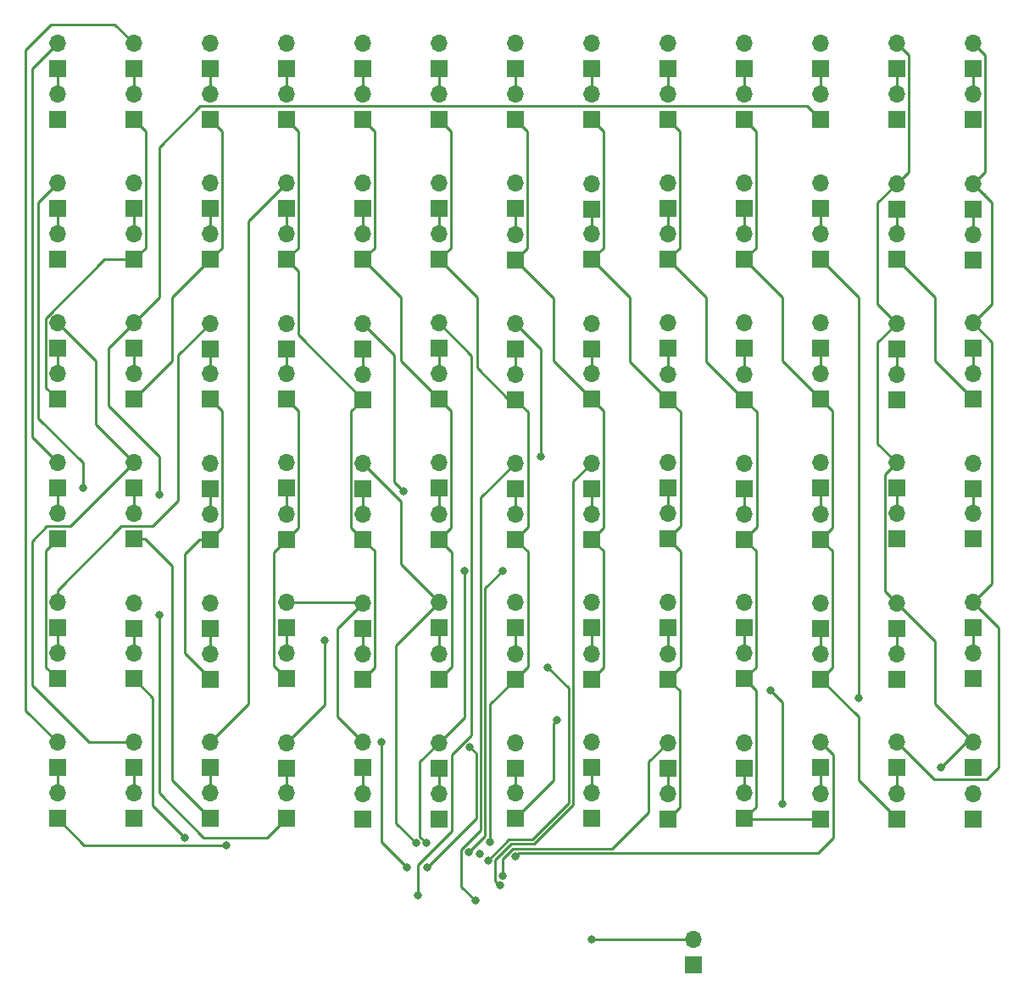
<source format=gbr>
%TF.GenerationSoftware,KiCad,Pcbnew,8.0.2-1*%
%TF.CreationDate,2024-08-03T10:32:13+02:00*%
%TF.ProjectId,dev-board,6465762d-626f-4617-9264-2e6b69636164,1.0*%
%TF.SameCoordinates,Original*%
%TF.FileFunction,Copper,L2,Bot*%
%TF.FilePolarity,Positive*%
%FSLAX46Y46*%
G04 Gerber Fmt 4.6, Leading zero omitted, Abs format (unit mm)*
G04 Created by KiCad (PCBNEW 8.0.2-1) date 2024-08-03 10:32:13*
%MOMM*%
%LPD*%
G01*
G04 APERTURE LIST*
%TA.AperFunction,ComponentPad*%
%ADD10R,1.700000X1.700000*%
%TD*%
%TA.AperFunction,ComponentPad*%
%ADD11O,1.700000X1.700000*%
%TD*%
%TA.AperFunction,ViaPad*%
%ADD12C,0.800000*%
%TD*%
%TA.AperFunction,Conductor*%
%ADD13C,0.250000*%
%TD*%
G04 APERTURE END LIST*
D10*
%TO.P,J90,1,Pin_1*%
%TO.N,Net-(J103-Pin_2)*%
X189865000Y-94620000D03*
D11*
%TO.P,J90,2,Pin_2*%
%TO.N,PIN_27 *%
X189865000Y-92080000D03*
%TD*%
D10*
%TO.P,J69,1,Pin_1*%
%TO.N,PIN_7 *%
X128905000Y-85730000D03*
D11*
%TO.P,J69,2,Pin_2*%
%TO.N,Net-(J56-Pin_1)*%
X128905000Y-83190000D03*
%TD*%
D10*
%TO.P,J97,1,Pin_1*%
%TO.N,PIN_17 *%
X144145000Y-99705000D03*
D11*
%TO.P,J97,2,Pin_2*%
%TO.N,Net-(J84-Pin_1)*%
X144145000Y-97165000D03*
%TD*%
D10*
%TO.P,J28,1,Pin_1*%
%TO.N,Net-(J28-Pin_1)*%
X113665000Y-66675000D03*
D11*
%TO.P,J28,2,Pin_2*%
%TO.N,PIN_1 *%
X113665000Y-64135000D03*
%TD*%
D10*
%TO.P,J63,1,Pin_1*%
%TO.N,Net-(J63-Pin_1)*%
X182245000Y-80650000D03*
D11*
%TO.P,J63,2,Pin_2*%
%TO.N,PIN_15 *%
X182245000Y-78110000D03*
%TD*%
D10*
%TO.P,J81,1,Pin_1*%
%TO.N,Net-(J81-Pin_1)*%
X121285000Y-94625000D03*
D11*
%TO.P,J81,2,Pin_2*%
%TO.N,PIN_18 *%
X121285000Y-92085000D03*
%TD*%
D10*
%TO.P,J49,1,Pin_1*%
%TO.N,PIN_30 *%
X174625000Y-71760000D03*
D11*
%TO.P,J49,2,Pin_2*%
%TO.N,Net-(J36-Pin_1)*%
X174625000Y-69220000D03*
%TD*%
D10*
%TO.P,J22,1,Pin_1*%
%TO.N,PIN_28 *%
X167005000Y-57785000D03*
D11*
%TO.P,J22,2,Pin_2*%
%TO.N,Net-(J22-Pin_2)*%
X167005000Y-55245000D03*
%TD*%
D10*
%TO.P,J118,1,Pin_1*%
%TO.N,PIN_9 *%
X106045000Y-113665000D03*
D11*
%TO.P,J118,2,Pin_2*%
%TO.N,Net-(J105-Pin_1)*%
X106045000Y-111125000D03*
%TD*%
D10*
%TO.P,J143,1,Pin_1*%
%TO.N,Net-(J143-Pin_1)*%
X189865000Y-122560000D03*
D11*
%TO.P,J143,2,Pin_2*%
%TO.N,PIN_19 *%
X189865000Y-120020000D03*
%TD*%
D10*
%TO.P,J116,1,Pin_1*%
%TO.N,Net-(J116-Pin_1)*%
X189865000Y-108595000D03*
D11*
%TO.P,J116,2,Pin_2*%
%TO.N,PIN_27 *%
X189865000Y-106055000D03*
%TD*%
D10*
%TO.P,J37,1,Pin_1*%
%TO.N,Net-(J37-Pin_1)*%
X182245000Y-66680000D03*
D11*
%TO.P,J37,2,Pin_2*%
%TO.N,PIN_27 *%
X182245000Y-64140000D03*
%TD*%
D10*
%TO.P,J122,1,Pin_1*%
%TO.N,PIN_8 *%
X136525000Y-113675000D03*
D11*
%TO.P,J122,2,Pin_2*%
%TO.N,Net-(J109-Pin_1)*%
X136525000Y-111135000D03*
%TD*%
D10*
%TO.P,J68,1,Pin_1*%
%TO.N,PIN_3 *%
X121285000Y-85730000D03*
D11*
%TO.P,J68,2,Pin_2*%
%TO.N,Net-(J55-Pin_1)*%
X121285000Y-83190000D03*
%TD*%
D10*
%TO.P,J65,1,Pin_1*%
%TO.N,Net-(J65-Pin_1)*%
X197485000Y-80650000D03*
D11*
%TO.P,J65,2,Pin_2*%
%TO.N,PIN_19 *%
X197485000Y-78110000D03*
%TD*%
D10*
%TO.P,J27,1,Pin_1*%
%TO.N,Net-(J27-Pin_1)*%
X106045000Y-66675000D03*
D11*
%TO.P,J27,2,Pin_2*%
%TO.N,PIN_19 *%
X106045000Y-64135000D03*
%TD*%
D10*
%TO.P,J102,1,Pin_1*%
%TO.N,PIN_30 *%
X182245000Y-99705000D03*
D11*
%TO.P,J102,2,Pin_2*%
%TO.N,Net-(J102-Pin_2)*%
X182245000Y-97165000D03*
%TD*%
D10*
%TO.P,J14,1,Pin_1*%
%TO.N,PIN_7 *%
X106045000Y-57785000D03*
D11*
%TO.P,J14,2,Pin_2*%
%TO.N,Net-(J1-Pin_1)*%
X106045000Y-55245000D03*
%TD*%
D10*
%TO.P,J151,1,Pin_1*%
%TO.N,PIN_23 *%
X151765000Y-127640000D03*
D11*
%TO.P,J151,2,Pin_2*%
%TO.N,Net-(J138-Pin_1)*%
X151765000Y-125100000D03*
%TD*%
D10*
%TO.P,J115,1,Pin_1*%
%TO.N,Net-(J115-Pin_1)*%
X182245000Y-108595000D03*
D11*
%TO.P,J115,2,Pin_2*%
%TO.N,PIN_20 *%
X182245000Y-106055000D03*
%TD*%
D10*
%TO.P,J107,1,Pin_1*%
%TO.N,Net-(J107-Pin_1)*%
X121285000Y-108595000D03*
D11*
%TO.P,J107,2,Pin_2*%
%TO.N,PIN_20 *%
X121285000Y-106055000D03*
%TD*%
D10*
%TO.P,J50,1,Pin_1*%
%TO.N,PIN_23 *%
X182245000Y-71760000D03*
D11*
%TO.P,J50,2,Pin_2*%
%TO.N,Net-(J37-Pin_1)*%
X182245000Y-69220000D03*
%TD*%
D10*
%TO.P,J29,1,Pin_1*%
%TO.N,Net-(J29-Pin_1)*%
X121285000Y-66680000D03*
D11*
%TO.P,J29,2,Pin_2*%
%TO.N,PIN_1 *%
X121285000Y-64140000D03*
%TD*%
D10*
%TO.P,J41,1,Pin_1*%
%TO.N,PIN_3 *%
X113665000Y-71755000D03*
D11*
%TO.P,J41,2,Pin_2*%
%TO.N,Net-(J28-Pin_1)*%
X113665000Y-69215000D03*
%TD*%
D10*
%TO.P,J156,1,Pin_1*%
%TO.N,PIN_30 *%
X189865000Y-127645000D03*
D11*
%TO.P,J156,2,Pin_2*%
%TO.N,Net-(J143-Pin_1)*%
X189865000Y-125105000D03*
%TD*%
D10*
%TO.P,J139,1,Pin_1*%
%TO.N,Net-(J139-Pin_1)*%
X159385000Y-122560000D03*
D11*
%TO.P,J139,2,Pin_2*%
%TO.N,PIN_3 *%
X159385000Y-120020000D03*
%TD*%
D10*
%TO.P,J155,1,Pin_1*%
%TO.N,PIN_28 *%
X182245000Y-127645000D03*
D11*
%TO.P,J155,2,Pin_2*%
%TO.N,Net-(J142-Pin_1)*%
X182245000Y-125105000D03*
%TD*%
D10*
%TO.P,J8,1,Pin_1*%
%TO.N,Net-(J21-Pin_2)*%
X159385000Y-52705000D03*
D11*
%TO.P,J8,2,Pin_2*%
%TO.N,PIN_26 *%
X159385000Y-50165000D03*
%TD*%
D10*
%TO.P,J55,1,Pin_1*%
%TO.N,Net-(J55-Pin_1)*%
X121285000Y-80655000D03*
D11*
%TO.P,J55,2,Pin_2*%
%TO.N,PIN_15 *%
X121285000Y-78115000D03*
%TD*%
D10*
%TO.P,J36,1,Pin_1*%
%TO.N,Net-(J36-Pin_1)*%
X174625000Y-66680000D03*
D11*
%TO.P,J36,2,Pin_2*%
%TO.N,PIN_9 *%
X174625000Y-64140000D03*
%TD*%
D10*
%TO.P,J76,1,Pin_1*%
%TO.N,PIN_30 *%
X182245000Y-85730000D03*
D11*
%TO.P,J76,2,Pin_2*%
%TO.N,Net-(J63-Pin_1)*%
X182245000Y-83190000D03*
%TD*%
D10*
%TO.P,J134,1,Pin_1*%
%TO.N,Net-(J134-Pin_1)*%
X121285000Y-122560000D03*
D11*
%TO.P,J134,2,Pin_2*%
%TO.N,PIN_1 *%
X121285000Y-120020000D03*
%TD*%
D10*
%TO.P,J152,1,Pin_1*%
%TO.N,PIN_24 *%
X159385000Y-127640000D03*
D11*
%TO.P,J152,2,Pin_2*%
%TO.N,Net-(J139-Pin_1)*%
X159385000Y-125100000D03*
%TD*%
D10*
%TO.P,J25,1,Pin_1*%
%TO.N,PIN_3 *%
X189865000Y-57785000D03*
D11*
%TO.P,J25,2,Pin_2*%
%TO.N,Net-(J12-Pin_1)*%
X189865000Y-55245000D03*
%TD*%
D10*
%TO.P,J21,1,Pin_1*%
%TO.N,PIN_25 *%
X159385000Y-57785000D03*
D11*
%TO.P,J21,2,Pin_2*%
%TO.N,Net-(J21-Pin_2)*%
X159385000Y-55245000D03*
%TD*%
D10*
%TO.P,J136,1,Pin_1*%
%TO.N,Net-(J136-Pin_1)*%
X136525000Y-122560000D03*
D11*
%TO.P,J136,2,Pin_2*%
%TO.N,PIN_20 *%
X136525000Y-120020000D03*
%TD*%
D10*
%TO.P,J101,1,Pin_1*%
%TO.N,PIN_28 *%
X174625000Y-99705000D03*
D11*
%TO.P,J101,2,Pin_2*%
%TO.N,Net-(J101-Pin_2)*%
X174625000Y-97165000D03*
%TD*%
D10*
%TO.P,J58,1,Pin_1*%
%TO.N,Net-(J58-Pin_1)*%
X144145000Y-80650000D03*
D11*
%TO.P,J58,2,Pin_2*%
%TO.N,PIN_2 *%
X144145000Y-78110000D03*
%TD*%
D10*
%TO.P,J38,1,Pin_1*%
%TO.N,Net-(J38-Pin_1)*%
X189865000Y-66685000D03*
D11*
%TO.P,J38,2,Pin_2*%
%TO.N,PIN_27 *%
X189865000Y-64145000D03*
%TD*%
D10*
%TO.P,J149,1,Pin_1*%
%TO.N,PIN_23 *%
X136525000Y-127645000D03*
D11*
%TO.P,J149,2,Pin_2*%
%TO.N,Net-(J136-Pin_1)*%
X136525000Y-125105000D03*
%TD*%
D10*
%TO.P,J89,1,Pin_1*%
%TO.N,Net-(J102-Pin_2)*%
X182245000Y-94620000D03*
D11*
%TO.P,J89,2,Pin_2*%
%TO.N,PIN_18 *%
X182245000Y-92080000D03*
%TD*%
D10*
%TO.P,J13,1,Pin_1*%
%TO.N,Net-(J13-Pin_1)*%
X197485000Y-52705000D03*
D11*
%TO.P,J13,2,Pin_2*%
%TO.N,PIN_19 *%
X197485000Y-50165000D03*
%TD*%
D10*
%TO.P,J96,1,Pin_1*%
%TO.N,PIN_8 *%
X136525000Y-99705000D03*
D11*
%TO.P,J96,2,Pin_2*%
%TO.N,Net-(J83-Pin_1)*%
X136525000Y-97165000D03*
%TD*%
D10*
%TO.P,J18,1,Pin_1*%
%TO.N,PIN_17 *%
X136525000Y-57785000D03*
D11*
%TO.P,J18,2,Pin_2*%
%TO.N,Net-(J18-Pin_2)*%
X136525000Y-55245000D03*
%TD*%
D10*
%TO.P,J19,1,Pin_1*%
%TO.N,PIN_21 *%
X144145000Y-57785000D03*
D11*
%TO.P,J19,2,Pin_2*%
%TO.N,Net-(J19-Pin_2)*%
X144145000Y-55245000D03*
%TD*%
D10*
%TO.P,J57,1,Pin_1*%
%TO.N,Net-(J57-Pin_1)*%
X136525000Y-80655000D03*
D11*
%TO.P,J57,2,Pin_2*%
%TO.N,PIN_16 *%
X136525000Y-78115000D03*
%TD*%
D10*
%TO.P,J79,1,Pin_1*%
%TO.N,Net-(J79-Pin_1)*%
X106045000Y-94615000D03*
D11*
%TO.P,J79,2,Pin_2*%
%TO.N,PIN_27 *%
X106045000Y-92075000D03*
%TD*%
D10*
%TO.P,J44,1,Pin_1*%
%TO.N,PIN_17 *%
X136525000Y-71760000D03*
D11*
%TO.P,J44,2,Pin_2*%
%TO.N,Net-(J31-Pin_1)*%
X136525000Y-69220000D03*
%TD*%
D10*
%TO.P,J35,1,Pin_1*%
%TO.N,Net-(J35-Pin_1)*%
X167005000Y-66680000D03*
D11*
%TO.P,J35,2,Pin_2*%
%TO.N,PIN_1 *%
X167005000Y-64140000D03*
%TD*%
D10*
%TO.P,J45,1,Pin_1*%
%TO.N,PIN_21 *%
X144145000Y-71760000D03*
D11*
%TO.P,J45,2,Pin_2*%
%TO.N,Net-(J32-Pin_1)*%
X144145000Y-69220000D03*
%TD*%
D10*
%TO.P,J70,1,Pin_1*%
%TO.N,PIN_8 *%
X136525000Y-85735000D03*
D11*
%TO.P,J70,2,Pin_2*%
%TO.N,Net-(J57-Pin_1)*%
X136525000Y-83195000D03*
%TD*%
D10*
%TO.P,J67,1,Pin_1*%
%TO.N,PIN_7 *%
X113665000Y-85730000D03*
D11*
%TO.P,J67,2,Pin_2*%
%TO.N,Net-(J54-Pin_1)*%
X113665000Y-83190000D03*
%TD*%
D10*
%TO.P,J105,1,Pin_1*%
%TO.N,Net-(J105-Pin_1)*%
X106045000Y-108585000D03*
D11*
%TO.P,J105,2,Pin_2*%
%TO.N,PIN_15 *%
X106045000Y-106045000D03*
%TD*%
D10*
%TO.P,J47,1,Pin_1*%
%TO.N,PIN_25 *%
X159385000Y-71760000D03*
D11*
%TO.P,J47,2,Pin_2*%
%TO.N,Net-(J34-Pin_1)*%
X159385000Y-69220000D03*
%TD*%
D10*
%TO.P,J144,1,Pin_1*%
%TO.N,PIN_30 *%
X197485000Y-127645000D03*
D11*
%TO.P,J144,2,Pin_2*%
%TO.N,Net-(J131-Pin_1)*%
X197485000Y-125105000D03*
%TD*%
D10*
%TO.P,J84,1,Pin_1*%
%TO.N,Net-(J84-Pin_1)*%
X144145000Y-94620000D03*
D11*
%TO.P,J84,2,Pin_2*%
%TO.N,PIN_18 *%
X144145000Y-92080000D03*
%TD*%
D10*
%TO.P,J12,1,Pin_1*%
%TO.N,Net-(J12-Pin_1)*%
X189865000Y-52705000D03*
D11*
%TO.P,J12,2,Pin_2*%
%TO.N,PIN_27 *%
X189865000Y-50165000D03*
%TD*%
D10*
%TO.P,J26,1,Pin_1*%
%TO.N,PIN_3 *%
X197485000Y-57785000D03*
D11*
%TO.P,J26,2,Pin_2*%
%TO.N,Net-(J13-Pin_1)*%
X197485000Y-55245000D03*
%TD*%
D10*
%TO.P,J120,1,Pin_1*%
%TO.N,PIN_3 *%
X121285000Y-113675000D03*
D11*
%TO.P,J120,2,Pin_2*%
%TO.N,Net-(J107-Pin_1)*%
X121285000Y-111135000D03*
%TD*%
D10*
%TO.P,J39,1,Pin_1*%
%TO.N,Net-(J39-Pin_1)*%
X197485000Y-66685000D03*
D11*
%TO.P,J39,2,Pin_2*%
%TO.N,PIN_19 *%
X197485000Y-64145000D03*
%TD*%
D10*
%TO.P,J62,1,Pin_1*%
%TO.N,Net-(J62-Pin_1)*%
X174625000Y-80650000D03*
D11*
%TO.P,J62,2,Pin_2*%
%TO.N,PIN_15 *%
X174625000Y-78110000D03*
%TD*%
D10*
%TO.P,J142,1,Pin_1*%
%TO.N,Net-(J142-Pin_1)*%
X182245000Y-122560000D03*
D11*
%TO.P,J142,2,Pin_2*%
%TO.N,PIN_22 *%
X182245000Y-120020000D03*
%TD*%
D10*
%TO.P,J112,1,Pin_1*%
%TO.N,Net-(J112-Pin_1)*%
X159385000Y-108590000D03*
D11*
%TO.P,J112,2,Pin_2*%
%TO.N,PIN_20 *%
X159385000Y-106050000D03*
%TD*%
D10*
%TO.P,J135,1,Pin_1*%
%TO.N,Net-(J135-Pin_1)*%
X128905000Y-122565000D03*
D11*
%TO.P,J135,2,Pin_2*%
%TO.N,PIN_18 *%
X128905000Y-120025000D03*
%TD*%
D10*
%TO.P,J110,1,Pin_1*%
%TO.N,Net-(J110-Pin_1)*%
X144145000Y-108590000D03*
D11*
%TO.P,J110,2,Pin_2*%
%TO.N,PIN_14 *%
X144145000Y-106050000D03*
%TD*%
D10*
%TO.P,J87,1,Pin_1*%
%TO.N,Net-(J100-Pin_2)*%
X167005000Y-94620000D03*
D11*
%TO.P,J87,2,Pin_2*%
%TO.N,PIN_18 *%
X167005000Y-92080000D03*
%TD*%
D10*
%TO.P,J104,1,Pin_1*%
%TO.N,PIN_25 *%
X197485000Y-99700000D03*
D11*
%TO.P,J104,2,Pin_2*%
%TO.N,Net-(J104-Pin_2)*%
X197485000Y-97160000D03*
%TD*%
D10*
%TO.P,J95,1,Pin_1*%
%TO.N,PIN_7 *%
X128905000Y-99705000D03*
D11*
%TO.P,J95,2,Pin_2*%
%TO.N,Net-(J82-Pin_1)*%
X128905000Y-97165000D03*
%TD*%
D10*
%TO.P,J15,1,Pin_1*%
%TO.N,PIN_3 *%
X113665000Y-57785000D03*
D11*
%TO.P,J15,2,Pin_2*%
%TO.N,Net-(J15-Pin_2)*%
X113665000Y-55245000D03*
%TD*%
D10*
%TO.P,J129,1,Pin_1*%
%TO.N,PIN_29 *%
X189865000Y-113675000D03*
D11*
%TO.P,J129,2,Pin_2*%
%TO.N,Net-(J116-Pin_1)*%
X189865000Y-111135000D03*
%TD*%
D10*
%TO.P,J117,1,Pin_1*%
%TO.N,Net-(J117-Pin_1)*%
X197485000Y-108590000D03*
D11*
%TO.P,J117,2,Pin_2*%
%TO.N,PIN_19 *%
X197485000Y-106050000D03*
%TD*%
D10*
%TO.P,J91,1,Pin_1*%
%TO.N,Net-(J104-Pin_2)*%
X197485000Y-94625000D03*
D11*
%TO.P,J91,2,Pin_2*%
%TO.N,PIN_22 *%
X197485000Y-92085000D03*
%TD*%
D10*
%TO.P,J145,1,Pin_1*%
%TO.N,PIN_9 *%
X106045000Y-127635000D03*
D11*
%TO.P,J145,2,Pin_2*%
%TO.N,Net-(J132-Pin_1)*%
X106045000Y-125095000D03*
%TD*%
D10*
%TO.P,J33,1,Pin_1*%
%TO.N,Net-(J33-Pin_1)*%
X151765000Y-66680000D03*
D11*
%TO.P,J33,2,Pin_2*%
%TO.N,PIN_1 *%
X151765000Y-64140000D03*
%TD*%
D10*
%TO.P,J113,1,Pin_1*%
%TO.N,Net-(J113-Pin_1)*%
X167005000Y-108590000D03*
D11*
%TO.P,J113,2,Pin_2*%
%TO.N,PIN_20 *%
X167005000Y-106050000D03*
%TD*%
D10*
%TO.P,J51,1,Pin_1*%
%TO.N,PIN_21 *%
X189865000Y-71760000D03*
D11*
%TO.P,J51,2,Pin_2*%
%TO.N,Net-(J38-Pin_1)*%
X189865000Y-69220000D03*
%TD*%
D10*
%TO.P,J114,1,Pin_1*%
%TO.N,Net-(J114-Pin_1)*%
X174625000Y-108590000D03*
D11*
%TO.P,J114,2,Pin_2*%
%TO.N,PIN_20 *%
X174625000Y-106050000D03*
%TD*%
D10*
%TO.P,J141,1,Pin_1*%
%TO.N,Net-(J141-Pin_1)*%
X174625000Y-122565000D03*
D11*
%TO.P,J141,2,Pin_2*%
%TO.N,PIN_27 *%
X174625000Y-120025000D03*
%TD*%
D10*
%TO.P,J10,1,Pin_1*%
%TO.N,Net-(J10-Pin_1)*%
X174625000Y-52705000D03*
D11*
%TO.P,J10,2,Pin_2*%
%TO.N,PIN_26 *%
X174625000Y-50165000D03*
%TD*%
D10*
%TO.P,J86,1,Pin_1*%
%TO.N,Net-(J86-Pin_1)*%
X159385000Y-94625000D03*
D11*
%TO.P,J86,2,Pin_2*%
%TO.N,PIN_18 *%
X159385000Y-92085000D03*
%TD*%
D10*
%TO.P,J83,1,Pin_1*%
%TO.N,Net-(J83-Pin_1)*%
X136525000Y-94625000D03*
D11*
%TO.P,J83,2,Pin_2*%
%TO.N,PIN_14 *%
X136525000Y-92085000D03*
%TD*%
D10*
%TO.P,J53,1,Pin_1*%
%TO.N,Net-(J53-Pin_1)*%
X106045000Y-80645000D03*
D11*
%TO.P,J53,2,Pin_2*%
%TO.N,PIN_22 *%
X106045000Y-78105000D03*
%TD*%
D10*
%TO.P,J82,1,Pin_1*%
%TO.N,Net-(J82-Pin_1)*%
X128905000Y-94620000D03*
D11*
%TO.P,J82,2,Pin_2*%
%TO.N,PIN_13 *%
X128905000Y-92080000D03*
%TD*%
D10*
%TO.P,J17,1,Pin_1*%
%TO.N,PIN_8 *%
X128905000Y-57785000D03*
D11*
%TO.P,J17,2,Pin_2*%
%TO.N,Net-(J17-Pin_2)*%
X128905000Y-55245000D03*
%TD*%
D10*
%TO.P,J146,1,Pin_1*%
%TO.N,PIN_21 *%
X113665000Y-127640000D03*
D11*
%TO.P,J146,2,Pin_2*%
%TO.N,Net-(J133-Pin_1)*%
X113665000Y-125100000D03*
%TD*%
D10*
%TO.P,J9,1,Pin_1*%
%TO.N,Net-(J22-Pin_2)*%
X167005000Y-52705000D03*
D11*
%TO.P,J9,2,Pin_2*%
%TO.N,PIN_26 *%
X167005000Y-50165000D03*
%TD*%
D10*
%TO.P,J140,1,Pin_1*%
%TO.N,Net-(J140-Pin_1)*%
X167005000Y-122565000D03*
D11*
%TO.P,J140,2,Pin_2*%
%TO.N,PIN_19 *%
X167005000Y-120025000D03*
%TD*%
D10*
%TO.P,J119,1,Pin_1*%
%TO.N,PIN_7 *%
X113665000Y-113670000D03*
D11*
%TO.P,J119,2,Pin_2*%
%TO.N,Net-(J106-Pin_1)*%
X113665000Y-111130000D03*
%TD*%
D10*
%TO.P,J64,1,Pin_1*%
%TO.N,Net-(J64-Pin_1)*%
X189865000Y-80655000D03*
D11*
%TO.P,J64,2,Pin_2*%
%TO.N,PIN_27 *%
X189865000Y-78115000D03*
%TD*%
D10*
%TO.P,J94,1,Pin_1*%
%TO.N,PIN_3 *%
X121285000Y-99705000D03*
D11*
%TO.P,J94,2,Pin_2*%
%TO.N,Net-(J81-Pin_1)*%
X121285000Y-97165000D03*
%TD*%
D10*
%TO.P,J125,1,Pin_1*%
%TO.N,PIN_29 *%
X159385000Y-113675000D03*
D11*
%TO.P,J125,2,Pin_2*%
%TO.N,Net-(J112-Pin_1)*%
X159385000Y-111135000D03*
%TD*%
D10*
%TO.P,J2,1,Pin_1*%
%TO.N,Net-(J15-Pin_2)*%
X113665000Y-52705000D03*
D11*
%TO.P,J2,2,Pin_2*%
%TO.N,PIN_26 *%
X113665000Y-50165000D03*
%TD*%
D10*
%TO.P,J124,1,Pin_1*%
%TO.N,PIN_21 *%
X151765000Y-113675000D03*
D11*
%TO.P,J124,2,Pin_2*%
%TO.N,Net-(J111-Pin_1)*%
X151765000Y-111135000D03*
%TD*%
D10*
%TO.P,J147,1,Pin_1*%
%TO.N,PIN_11 *%
X121285000Y-127640000D03*
D11*
%TO.P,J147,2,Pin_2*%
%TO.N,Net-(J134-Pin_1)*%
X121285000Y-125100000D03*
%TD*%
D10*
%TO.P,J148,1,Pin_1*%
%TO.N,PIN_24 *%
X128905000Y-127640000D03*
D11*
%TO.P,J148,2,Pin_2*%
%TO.N,Net-(J135-Pin_1)*%
X128905000Y-125100000D03*
%TD*%
D10*
%TO.P,J150,1,Pin_1*%
%TO.N,PIN_24 *%
X144145000Y-127645000D03*
D11*
%TO.P,J150,2,Pin_2*%
%TO.N,Net-(J137-Pin_1)*%
X144145000Y-125105000D03*
%TD*%
D10*
%TO.P,J93,1,Pin_1*%
%TO.N,PIN_11 *%
X113665000Y-99700000D03*
D11*
%TO.P,J93,2,Pin_2*%
%TO.N,Net-(J80-Pin_1)*%
X113665000Y-97160000D03*
%TD*%
D10*
%TO.P,J30,1,Pin_1*%
%TO.N,Net-(J30-Pin_1)*%
X128905000Y-66680000D03*
D11*
%TO.P,J30,2,Pin_2*%
%TO.N,PIN_1 *%
X128905000Y-64140000D03*
%TD*%
D10*
%TO.P,J3,1,Pin_1*%
%TO.N,Net-(J16-Pin_2)*%
X121285000Y-52705000D03*
D11*
%TO.P,J3,2,Pin_2*%
%TO.N,PIN_26 *%
X121285000Y-50165000D03*
%TD*%
D10*
%TO.P,J1,1,Pin_1*%
%TO.N,Net-(J1-Pin_1)*%
X106045000Y-52705000D03*
D11*
%TO.P,J1,2,Pin_2*%
%TO.N,PIN_27 *%
X106045000Y-50165000D03*
%TD*%
D10*
%TO.P,J137,1,Pin_1*%
%TO.N,Net-(J137-Pin_1)*%
X144145000Y-122565000D03*
D11*
%TO.P,J137,2,Pin_2*%
%TO.N,PIN_16 *%
X144145000Y-120025000D03*
%TD*%
D10*
%TO.P,J52,1,Pin_1*%
%TO.N,PIN_29 *%
X197485000Y-71765000D03*
D11*
%TO.P,J52,2,Pin_2*%
%TO.N,Net-(J39-Pin_1)*%
X197485000Y-69225000D03*
%TD*%
D10*
%TO.P,J11,1,Pin_1*%
%TO.N,Net-(J11-Pin_1)*%
X182245000Y-52705000D03*
D11*
%TO.P,J11,2,Pin_2*%
%TO.N,PIN_27 *%
X182245000Y-50165000D03*
%TD*%
D10*
%TO.P,J54,1,Pin_1*%
%TO.N,Net-(J54-Pin_1)*%
X113665000Y-80650000D03*
D11*
%TO.P,J54,2,Pin_2*%
%TO.N,PIN_24 *%
X113665000Y-78110000D03*
%TD*%
D10*
%TO.P,J59,1,Pin_1*%
%TO.N,Net-(J59-Pin_1)*%
X151765000Y-80655000D03*
D11*
%TO.P,J59,2,Pin_2*%
%TO.N,PIN_15 *%
X151765000Y-78115000D03*
%TD*%
D10*
%TO.P,J74,1,Pin_1*%
%TO.N,PIN_25 *%
X167005000Y-85735000D03*
D11*
%TO.P,J74,2,Pin_2*%
%TO.N,Net-(J61-Pin_1)*%
X167005000Y-83195000D03*
%TD*%
D10*
%TO.P,J111,1,Pin_1*%
%TO.N,Net-(J111-Pin_1)*%
X151765000Y-108590000D03*
D11*
%TO.P,J111,2,Pin_2*%
%TO.N,PIN_14 *%
X151765000Y-106050000D03*
%TD*%
D10*
%TO.P,J123,1,Pin_1*%
%TO.N,PIN_17 *%
X144145000Y-113675000D03*
D11*
%TO.P,J123,2,Pin_2*%
%TO.N,Net-(J110-Pin_1)*%
X144145000Y-111135000D03*
%TD*%
D10*
%TO.P,J98,1,Pin_1*%
%TO.N,PIN_21 *%
X151765000Y-99705000D03*
D11*
%TO.P,J98,2,Pin_2*%
%TO.N,Net-(J85-Pin_1)*%
X151765000Y-97165000D03*
%TD*%
D10*
%TO.P,J20,1,Pin_1*%
%TO.N,PIN_29 *%
X151765000Y-57785000D03*
D11*
%TO.P,J20,2,Pin_2*%
%TO.N,Net-(J20-Pin_2)*%
X151765000Y-55245000D03*
%TD*%
D10*
%TO.P,J56,1,Pin_1*%
%TO.N,Net-(J56-Pin_1)*%
X128905000Y-80655000D03*
D11*
%TO.P,J56,2,Pin_2*%
%TO.N,PIN_2 *%
X128905000Y-78115000D03*
%TD*%
D10*
%TO.P,J109,1,Pin_1*%
%TO.N,Net-(J109-Pin_1)*%
X136525000Y-108595000D03*
D11*
%TO.P,J109,2,Pin_2*%
%TO.N,PIN_20 *%
X136525000Y-106055000D03*
%TD*%
D10*
%TO.P,J138,1,Pin_1*%
%TO.N,Net-(J138-Pin_1)*%
X151765000Y-122565000D03*
D11*
%TO.P,J138,2,Pin_2*%
%TO.N,PIN_19 *%
X151765000Y-120025000D03*
%TD*%
D10*
%TO.P,J127,1,Pin_1*%
%TO.N,PIN_28 *%
X174625000Y-113670000D03*
D11*
%TO.P,J127,2,Pin_2*%
%TO.N,Net-(J114-Pin_1)*%
X174625000Y-111130000D03*
%TD*%
D10*
%TO.P,J154,1,Pin_1*%
%TO.N,PIN_28 *%
X174625000Y-127640000D03*
D11*
%TO.P,J154,2,Pin_2*%
%TO.N,Net-(J141-Pin_1)*%
X174625000Y-125100000D03*
%TD*%
D10*
%TO.P,J77,1,Pin_1*%
%TO.N,PIN_11 *%
X189865000Y-85735000D03*
D11*
%TO.P,J77,2,Pin_2*%
%TO.N,Net-(J64-Pin_1)*%
X189865000Y-83195000D03*
%TD*%
D10*
%TO.P,J158,1,Pin_1*%
%TO.N,PWR_1 *%
X169545000Y-142240000D03*
D11*
%TO.P,J158,2,Pin_2*%
%TO.N,PWR_2 *%
X169545000Y-139700000D03*
%TD*%
D10*
%TO.P,J100,1,Pin_1*%
%TO.N,PIN_25 *%
X167005000Y-99700000D03*
D11*
%TO.P,J100,2,Pin_2*%
%TO.N,Net-(J100-Pin_2)*%
X167005000Y-97160000D03*
%TD*%
D10*
%TO.P,J85,1,Pin_1*%
%TO.N,Net-(J85-Pin_1)*%
X151765000Y-94625000D03*
D11*
%TO.P,J85,2,Pin_2*%
%TO.N,PIN_13 *%
X151765000Y-92085000D03*
%TD*%
D10*
%TO.P,J5,1,Pin_1*%
%TO.N,Net-(J18-Pin_2)*%
X136525000Y-52705000D03*
D11*
%TO.P,J5,2,Pin_2*%
%TO.N,PIN_26 *%
X136525000Y-50165000D03*
%TD*%
D10*
%TO.P,J31,1,Pin_1*%
%TO.N,Net-(J31-Pin_1)*%
X136525000Y-66680000D03*
D11*
%TO.P,J31,2,Pin_2*%
%TO.N,PIN_1 *%
X136525000Y-64140000D03*
%TD*%
D10*
%TO.P,J23,1,Pin_1*%
%TO.N,PIN_30 *%
X174625000Y-57785000D03*
D11*
%TO.P,J23,2,Pin_2*%
%TO.N,Net-(J10-Pin_1)*%
X174625000Y-55245000D03*
%TD*%
D10*
%TO.P,J24,1,Pin_1*%
%TO.N,PIN_24 *%
X182245000Y-57785000D03*
D11*
%TO.P,J24,2,Pin_2*%
%TO.N,Net-(J11-Pin_1)*%
X182245000Y-55245000D03*
%TD*%
D10*
%TO.P,J128,1,Pin_1*%
%TO.N,PIN_30 *%
X182245000Y-113675000D03*
D11*
%TO.P,J128,2,Pin_2*%
%TO.N,Net-(J115-Pin_1)*%
X182245000Y-111135000D03*
%TD*%
D10*
%TO.P,J88,1,Pin_1*%
%TO.N,Net-(J101-Pin_2)*%
X174625000Y-94625000D03*
D11*
%TO.P,J88,2,Pin_2*%
%TO.N,PIN_18 *%
X174625000Y-92085000D03*
%TD*%
D10*
%TO.P,J6,1,Pin_1*%
%TO.N,Net-(J19-Pin_2)*%
X144145000Y-52705000D03*
D11*
%TO.P,J6,2,Pin_2*%
%TO.N,PIN_26 *%
X144145000Y-50165000D03*
%TD*%
D10*
%TO.P,J126,1,Pin_1*%
%TO.N,PIN_25 *%
X167005000Y-113675000D03*
D11*
%TO.P,J126,2,Pin_2*%
%TO.N,Net-(J113-Pin_1)*%
X167005000Y-111135000D03*
%TD*%
D10*
%TO.P,J48,1,Pin_1*%
%TO.N,PIN_28 *%
X167005000Y-71760000D03*
D11*
%TO.P,J48,2,Pin_2*%
%TO.N,Net-(J35-Pin_1)*%
X167005000Y-69220000D03*
%TD*%
D10*
%TO.P,J106,1,Pin_1*%
%TO.N,Net-(J106-Pin_1)*%
X113665000Y-108595000D03*
D11*
%TO.P,J106,2,Pin_2*%
%TO.N,PIN_19 *%
X113665000Y-106055000D03*
%TD*%
D10*
%TO.P,J7,1,Pin_1*%
%TO.N,Net-(J20-Pin_2)*%
X151765000Y-52705000D03*
D11*
%TO.P,J7,2,Pin_2*%
%TO.N,PIN_26 *%
X151765000Y-50165000D03*
%TD*%
D10*
%TO.P,J78,1,Pin_1*%
%TO.N,PIN_21 *%
X197485000Y-85730000D03*
D11*
%TO.P,J78,2,Pin_2*%
%TO.N,Net-(J65-Pin_1)*%
X197485000Y-83190000D03*
%TD*%
D10*
%TO.P,J131,1,Pin_1*%
%TO.N,Net-(J131-Pin_1)*%
X197485000Y-122560000D03*
D11*
%TO.P,J131,2,Pin_2*%
%TO.N,PIN_27 *%
X197485000Y-120020000D03*
%TD*%
D10*
%TO.P,J92,1,Pin_1*%
%TO.N,PIN_9 *%
X106045000Y-99700000D03*
D11*
%TO.P,J92,2,Pin_2*%
%TO.N,Net-(J79-Pin_1)*%
X106045000Y-97160000D03*
%TD*%
D10*
%TO.P,J4,1,Pin_1*%
%TO.N,Net-(J17-Pin_2)*%
X128905000Y-52705000D03*
D11*
%TO.P,J4,2,Pin_2*%
%TO.N,PIN_26 *%
X128905000Y-50165000D03*
%TD*%
D10*
%TO.P,J32,1,Pin_1*%
%TO.N,Net-(J32-Pin_1)*%
X144145000Y-66680000D03*
D11*
%TO.P,J32,2,Pin_2*%
%TO.N,PIN_1 *%
X144145000Y-64140000D03*
%TD*%
D10*
%TO.P,J43,1,Pin_1*%
%TO.N,PIN_8 *%
X128905000Y-71755000D03*
D11*
%TO.P,J43,2,Pin_2*%
%TO.N,Net-(J30-Pin_1)*%
X128905000Y-69215000D03*
%TD*%
D10*
%TO.P,J46,1,Pin_1*%
%TO.N,PIN_29 *%
X151765000Y-71765000D03*
D11*
%TO.P,J46,2,Pin_2*%
%TO.N,Net-(J33-Pin_1)*%
X151765000Y-69225000D03*
%TD*%
D10*
%TO.P,J133,1,Pin_1*%
%TO.N,Net-(J133-Pin_1)*%
X113665000Y-122560000D03*
D11*
%TO.P,J133,2,Pin_2*%
%TO.N,PIN_22 *%
X113665000Y-120020000D03*
%TD*%
D10*
%TO.P,J80,1,Pin_1*%
%TO.N,Net-(J80-Pin_1)*%
X113665000Y-94620000D03*
D11*
%TO.P,J80,2,Pin_2*%
%TO.N,PIN_22 *%
X113665000Y-92080000D03*
%TD*%
D10*
%TO.P,J61,1,Pin_1*%
%TO.N,Net-(J61-Pin_1)*%
X167005000Y-80650000D03*
D11*
%TO.P,J61,2,Pin_2*%
%TO.N,PIN_15 *%
X167005000Y-78110000D03*
%TD*%
D10*
%TO.P,J75,1,Pin_1*%
%TO.N,PIN_28 *%
X174625000Y-85735000D03*
D11*
%TO.P,J75,2,Pin_2*%
%TO.N,Net-(J62-Pin_1)*%
X174625000Y-83195000D03*
%TD*%
D10*
%TO.P,J34,1,Pin_1*%
%TO.N,Net-(J34-Pin_1)*%
X159385000Y-66685000D03*
D11*
%TO.P,J34,2,Pin_2*%
%TO.N,PIN_1 *%
X159385000Y-64145000D03*
%TD*%
D10*
%TO.P,J60,1,Pin_1*%
%TO.N,Net-(J60-Pin_1)*%
X159385000Y-80655000D03*
D11*
%TO.P,J60,2,Pin_2*%
%TO.N,PIN_15 *%
X159385000Y-78115000D03*
%TD*%
D10*
%TO.P,J103,1,Pin_1*%
%TO.N,PIN_25 *%
X189865000Y-99700000D03*
D11*
%TO.P,J103,2,Pin_2*%
%TO.N,Net-(J103-Pin_2)*%
X189865000Y-97160000D03*
%TD*%
D10*
%TO.P,J73,1,Pin_1*%
%TO.N,PIN_29 *%
X159385000Y-85730000D03*
D11*
%TO.P,J73,2,Pin_2*%
%TO.N,Net-(J60-Pin_1)*%
X159385000Y-83190000D03*
%TD*%
D10*
%TO.P,J72,1,Pin_1*%
%TO.N,PIN_21 *%
X151765000Y-85735000D03*
D11*
%TO.P,J72,2,Pin_2*%
%TO.N,Net-(J59-Pin_1)*%
X151765000Y-83195000D03*
%TD*%
D10*
%TO.P,J71,1,Pin_1*%
%TO.N,PIN_17 *%
X144145000Y-85730000D03*
D11*
%TO.P,J71,2,Pin_2*%
%TO.N,Net-(J58-Pin_1)*%
X144145000Y-83190000D03*
%TD*%
D10*
%TO.P,J66,1,Pin_1*%
%TO.N,PIN_3 *%
X106045000Y-85725000D03*
D11*
%TO.P,J66,2,Pin_2*%
%TO.N,Net-(J53-Pin_1)*%
X106045000Y-83185000D03*
%TD*%
D10*
%TO.P,J130,1,Pin_1*%
%TO.N,PIN_17 *%
X197485000Y-113670000D03*
D11*
%TO.P,J130,2,Pin_2*%
%TO.N,Net-(J117-Pin_1)*%
X197485000Y-111130000D03*
%TD*%
D10*
%TO.P,J16,1,Pin_1*%
%TO.N,PIN_7 *%
X121285000Y-57785000D03*
D11*
%TO.P,J16,2,Pin_2*%
%TO.N,Net-(J16-Pin_2)*%
X121285000Y-55245000D03*
%TD*%
D10*
%TO.P,J99,1,Pin_1*%
%TO.N,PIN_29 *%
X159385000Y-99705000D03*
D11*
%TO.P,J99,2,Pin_2*%
%TO.N,Net-(J86-Pin_1)*%
X159385000Y-97165000D03*
%TD*%
D10*
%TO.P,J40,1,Pin_1*%
%TO.N,PIN_8 *%
X106045000Y-71755000D03*
D11*
%TO.P,J40,2,Pin_2*%
%TO.N,Net-(J27-Pin_1)*%
X106045000Y-69215000D03*
%TD*%
D10*
%TO.P,J42,1,Pin_1*%
%TO.N,PIN_7 *%
X121285000Y-71755000D03*
D11*
%TO.P,J42,2,Pin_2*%
%TO.N,Net-(J29-Pin_1)*%
X121285000Y-69215000D03*
%TD*%
D10*
%TO.P,J108,1,Pin_1*%
%TO.N,Net-(J108-Pin_1)*%
X128905000Y-108590000D03*
D11*
%TO.P,J108,2,Pin_2*%
%TO.N,PIN_20 *%
X128905000Y-106050000D03*
%TD*%
D10*
%TO.P,J153,1,Pin_1*%
%TO.N,PIN_25 *%
X167005000Y-127645000D03*
D11*
%TO.P,J153,2,Pin_2*%
%TO.N,Net-(J140-Pin_1)*%
X167005000Y-125105000D03*
%TD*%
D10*
%TO.P,J121,1,Pin_1*%
%TO.N,PIN_7 *%
X128905000Y-113670000D03*
D11*
%TO.P,J121,2,Pin_2*%
%TO.N,Net-(J108-Pin_1)*%
X128905000Y-111130000D03*
%TD*%
D10*
%TO.P,J132,1,Pin_1*%
%TO.N,Net-(J132-Pin_1)*%
X106045000Y-122555000D03*
D11*
%TO.P,J132,2,Pin_2*%
%TO.N,PIN_26 *%
X106045000Y-120015000D03*
%TD*%
D12*
%TO.N,PIN_27 *%
X194310000Y-122555000D03*
%TO.N,PIN_19 *%
X150495000Y-133350000D03*
X108585000Y-94620000D03*
%TO.N,PIN_7 *%
X118745000Y-129540000D03*
%TO.N,PIN_3 *%
X140983290Y-132540084D03*
X138430000Y-120015000D03*
%TO.N,PIN_8 *%
X147255349Y-120469249D03*
X143001140Y-132508738D03*
%TO.N,PIN_17 *%
X149045500Y-131816582D03*
X155040000Y-112495000D03*
%TO.N,PIN_21 *%
X149225000Y-129930304D03*
%TO.N,PIN_29 *%
X178435000Y-126180000D03*
X177250000Y-114850000D03*
%TO.N,PIN_24 *%
X116205000Y-95250000D03*
X116205000Y-107315000D03*
%TO.N,PIN_9 *%
X122899848Y-130279446D03*
%TO.N,PIN_23 *%
X155895000Y-117795000D03*
X186055000Y-115575000D03*
%TO.N,PIN_22 *%
X151765000Y-131445000D03*
%TO.N,PIN_15 *%
X147123628Y-131006371D03*
X150495000Y-102870000D03*
X154305000Y-91440000D03*
%TO.N,PIN_2 *%
X142092097Y-135287583D03*
%TO.N,PIN_16 *%
X140652500Y-94937500D03*
X146685000Y-102875000D03*
X142875000Y-130084500D03*
X148270927Y-131129072D03*
%TO.N,PIN_18 *%
X150288787Y-134327998D03*
X132715000Y-109855000D03*
%TO.N,PIN_13 *%
X147790500Y-135828878D03*
%TO.N,PIN_14 *%
X141856675Y-130090774D03*
%TO.N,PWR_2 *%
X159385000Y-139700000D03*
%TD*%
D13*
%TO.N,Net-(J1-Pin_1)*%
X106045000Y-52705000D02*
X106045000Y-55245000D01*
%TO.N,Net-(J15-Pin_2)*%
X113665000Y-52705000D02*
X113665000Y-55245000D01*
%TO.N,PIN_26 *%
X105410000Y-48265000D02*
X102870000Y-50805000D01*
X113665000Y-50165000D02*
X111765000Y-48265000D01*
X111765000Y-48265000D02*
X105410000Y-48265000D01*
X102870000Y-50805000D02*
X102870000Y-116840000D01*
X102870000Y-116840000D02*
X106045000Y-120015000D01*
%TO.N,Net-(J16-Pin_2)*%
X121285000Y-52705000D02*
X121285000Y-55245000D01*
%TO.N,Net-(J17-Pin_2)*%
X128905000Y-52705000D02*
X128905000Y-55245000D01*
%TO.N,Net-(J18-Pin_2)*%
X136525000Y-52705000D02*
X136525000Y-55245000D01*
%TO.N,Net-(J19-Pin_2)*%
X144145000Y-52705000D02*
X144145000Y-55245000D01*
%TO.N,Net-(J20-Pin_2)*%
X151765000Y-52705000D02*
X151765000Y-55245000D01*
%TO.N,Net-(J21-Pin_2)*%
X159385000Y-52705000D02*
X159385000Y-55245000D01*
%TO.N,Net-(J22-Pin_2)*%
X167005000Y-52705000D02*
X167005000Y-55245000D01*
%TO.N,Net-(J10-Pin_1)*%
X174625000Y-52705000D02*
X174625000Y-55245000D01*
%TO.N,Net-(J11-Pin_1)*%
X182245000Y-52705000D02*
X182245000Y-55245000D01*
%TO.N,PIN_27 *%
X194310000Y-122555000D02*
X196845000Y-120020000D01*
X191040000Y-62970000D02*
X189865000Y-64145000D01*
X191040000Y-51340000D02*
X191040000Y-62970000D01*
X187960000Y-76210000D02*
X189865000Y-78115000D01*
X103505000Y-52705000D02*
X103505000Y-89535000D01*
X187960000Y-90175000D02*
X189865000Y-92080000D01*
X103505000Y-89535000D02*
X106045000Y-92075000D01*
X189865000Y-64145000D02*
X187960000Y-66050000D01*
X189865000Y-106055000D02*
X193675000Y-109865000D01*
X189865000Y-78115000D02*
X187960000Y-80020000D01*
X189865000Y-92080000D02*
X188690000Y-93255000D01*
X187960000Y-66050000D02*
X187960000Y-76210000D01*
X189865000Y-50165000D02*
X191040000Y-51340000D01*
X193675000Y-116210000D02*
X197485000Y-120020000D01*
X187960000Y-80020000D02*
X187960000Y-90175000D01*
X188690000Y-104880000D02*
X189865000Y-106055000D01*
X193675000Y-109865000D02*
X193675000Y-116210000D01*
X196845000Y-120020000D02*
X197485000Y-120020000D01*
X106045000Y-50165000D02*
X103505000Y-52705000D01*
X188690000Y-93255000D02*
X188690000Y-104880000D01*
%TO.N,Net-(J12-Pin_1)*%
X189865000Y-52705000D02*
X189865000Y-55245000D01*
%TO.N,Net-(J13-Pin_1)*%
X197485000Y-52705000D02*
X197485000Y-55245000D01*
%TO.N,PIN_19 *%
X197485000Y-64145000D02*
X198660000Y-65320000D01*
X198660000Y-51340000D02*
X198660000Y-62970000D01*
X198845000Y-123735000D02*
X200025000Y-122555000D01*
X198660000Y-62970000D02*
X197485000Y-64145000D01*
X104140000Y-87635000D02*
X108585000Y-92080000D01*
X165100000Y-127000000D02*
X165100000Y-121920000D01*
X197485000Y-64145000D02*
X199390000Y-66050000D01*
X197485000Y-106050000D02*
X199390000Y-104145000D01*
X151559695Y-130625000D02*
X161475000Y-130625000D01*
X200025000Y-108590000D02*
X200025000Y-122555000D01*
X150495000Y-133350000D02*
X150495000Y-131689695D01*
X200022500Y-108587500D02*
X197485000Y-106050000D01*
X108585000Y-92080000D02*
X108585000Y-94620000D01*
X166995000Y-120025000D02*
X167005000Y-120025000D01*
X189865000Y-120020000D02*
X193580000Y-123735000D01*
X199390000Y-66050000D02*
X199390000Y-76205000D01*
X197485000Y-50165000D02*
X198660000Y-51340000D01*
X193580000Y-123735000D02*
X198845000Y-123735000D01*
X199390000Y-80015000D02*
X197485000Y-78110000D01*
X165100000Y-121920000D02*
X166995000Y-120025000D01*
X150495000Y-131689695D02*
X151559695Y-130625000D01*
X200022500Y-108587500D02*
X200025000Y-108590000D01*
X197485000Y-78110000D02*
X199390000Y-76205000D01*
X106045000Y-64135000D02*
X104140000Y-66040000D01*
X161475000Y-130625000D02*
X165100000Y-127000000D01*
X104140000Y-77475000D02*
X104140000Y-87635000D01*
X104140000Y-66040000D02*
X104140000Y-77475000D01*
X199390000Y-104145000D02*
X199390000Y-80015000D01*
%TO.N,PIN_7 *%
X113670000Y-113670000D02*
X113665000Y-113670000D01*
X127635000Y-112400000D02*
X128905000Y-113670000D01*
X117475000Y-81920000D02*
X113665000Y-85730000D01*
X130080000Y-98530000D02*
X128905000Y-99705000D01*
X115570000Y-126365000D02*
X115570000Y-115570000D01*
X121285000Y-57785000D02*
X122460000Y-58960000D01*
X121285000Y-71755000D02*
X117475000Y-75565000D01*
X122460000Y-58960000D02*
X122460000Y-70580000D01*
X128905000Y-85730000D02*
X130080000Y-86905000D01*
X106045000Y-57785000D02*
X106045000Y-57790000D01*
X127635000Y-100975000D02*
X127635000Y-112400000D01*
X115570000Y-115570000D02*
X113670000Y-113670000D01*
X128905000Y-99705000D02*
X127635000Y-100975000D01*
X106045000Y-57785000D02*
X106050000Y-57785000D01*
X118745000Y-129540000D02*
X115570000Y-126365000D01*
X117475000Y-75565000D02*
X117475000Y-81920000D01*
X130080000Y-86905000D02*
X130080000Y-98530000D01*
X122460000Y-70580000D02*
X121285000Y-71755000D01*
%TO.N,PIN_3 *%
X159380000Y-120020000D02*
X159385000Y-120020000D01*
X120185000Y-99705000D02*
X118745000Y-101145000D01*
X118745000Y-111130000D02*
X121285000Y-113670000D01*
X140983290Y-132540084D02*
X138430000Y-129986794D01*
X106045000Y-85725000D02*
X104870000Y-84550000D01*
X114840000Y-58960000D02*
X114840000Y-70580000D01*
X121285000Y-99705000D02*
X120185000Y-99705000D01*
X122460000Y-98530000D02*
X121285000Y-99705000D01*
X104870000Y-77618299D02*
X110733299Y-71755000D01*
X121285000Y-113670000D02*
X121285000Y-113675000D01*
X104870000Y-84550000D02*
X104870000Y-77618299D01*
X113665000Y-57785000D02*
X113670000Y-57785000D01*
X114840000Y-70580000D02*
X113665000Y-71755000D01*
X122460000Y-86905000D02*
X122460000Y-98530000D01*
X110733299Y-71755000D02*
X113665000Y-71755000D01*
X138430000Y-129986794D02*
X138430000Y-120015000D01*
X113665000Y-57785000D02*
X114840000Y-58960000D01*
X121285000Y-85730000D02*
X122460000Y-86905000D01*
X118745000Y-101145000D02*
X118745000Y-111130000D01*
%TO.N,PIN_8 *%
X135350000Y-86910000D02*
X135350000Y-98530000D01*
X130080000Y-58960000D02*
X130080000Y-70580000D01*
X136525000Y-85735000D02*
X135350000Y-86910000D01*
X143001140Y-132508738D02*
X144773573Y-130736305D01*
X128905000Y-71755000D02*
X130080000Y-72930000D01*
X137700000Y-100880000D02*
X137700000Y-112500000D01*
X130080000Y-79290000D02*
X136525000Y-85735000D01*
X136525000Y-99705000D02*
X137700000Y-100880000D01*
X147875000Y-121088900D02*
X147255349Y-120469249D01*
X130080000Y-70580000D02*
X128905000Y-71755000D01*
X135350000Y-98530000D02*
X136525000Y-99705000D01*
X144773573Y-130736305D02*
X144773573Y-130736209D01*
X137700000Y-112500000D02*
X136525000Y-113675000D01*
X130080000Y-72930000D02*
X130080000Y-79290000D01*
X147875000Y-127634782D02*
X147875000Y-121088900D01*
X144773573Y-130736209D02*
X147875000Y-127634782D01*
X128905000Y-57785000D02*
X130080000Y-58960000D01*
%TO.N,PIN_17 *%
X136525000Y-57785000D02*
X137700000Y-58960000D01*
X153483604Y-129725000D02*
X151137082Y-129725000D01*
X137700000Y-70585000D02*
X136525000Y-71760000D01*
X140335000Y-75570000D02*
X140335000Y-81920000D01*
X144145000Y-85730000D02*
X145320000Y-86905000D01*
X145320000Y-86905000D02*
X145320000Y-98530000D01*
X145415000Y-112405000D02*
X144145000Y-113675000D01*
X145415000Y-100975000D02*
X145415000Y-112405000D01*
X145320000Y-98530000D02*
X144145000Y-99705000D01*
X144145000Y-99705000D02*
X145415000Y-100975000D01*
X151137082Y-129725000D02*
X149045500Y-131816582D01*
X136525000Y-71760000D02*
X140335000Y-75570000D01*
X157120000Y-126088604D02*
X153483604Y-129725000D01*
X157120000Y-114575000D02*
X157120000Y-126088604D01*
X144145000Y-85730000D02*
X140335000Y-81920000D01*
X155040000Y-112495000D02*
X157120000Y-114575000D01*
X137700000Y-58960000D02*
X137700000Y-70585000D01*
%TO.N,PIN_21 *%
X153035000Y-100970000D02*
X153035000Y-112405000D01*
X147955000Y-75570000D02*
X147955000Y-82555000D01*
X145320000Y-58960000D02*
X145320000Y-70585000D01*
X149225000Y-116205000D02*
X151755000Y-113675000D01*
X145320000Y-70585000D02*
X144145000Y-71760000D01*
X153035000Y-98435000D02*
X151765000Y-99705000D01*
X193675000Y-81920000D02*
X197485000Y-85730000D01*
X193675000Y-75570000D02*
X193675000Y-81920000D01*
X151135000Y-85735000D02*
X147955000Y-82555000D01*
X153035000Y-87000000D02*
X153035000Y-98435000D01*
X144145000Y-57785000D02*
X145320000Y-58960000D01*
X153035000Y-112405000D02*
X151765000Y-113675000D01*
X144145000Y-71760000D02*
X147955000Y-75570000D01*
X151755000Y-113675000D02*
X151765000Y-113675000D01*
X151770000Y-85735000D02*
X153035000Y-87000000D01*
X151770000Y-99705000D02*
X153035000Y-100970000D01*
X151765000Y-85735000D02*
X151135000Y-85735000D01*
X151765000Y-99705000D02*
X151770000Y-99705000D01*
X149225000Y-129930304D02*
X149225000Y-116205000D01*
X151765000Y-85735000D02*
X151770000Y-85735000D01*
X189865000Y-71760000D02*
X193675000Y-75570000D01*
%TO.N,PIN_29 *%
X155575000Y-81920000D02*
X159385000Y-85730000D01*
X159385000Y-99705000D02*
X160560000Y-100880000D01*
X151765000Y-57785000D02*
X152940000Y-58960000D01*
X159385000Y-85730000D02*
X160560000Y-86905000D01*
X160560000Y-86905000D02*
X160560000Y-98530000D01*
X160560000Y-112500000D02*
X159385000Y-113675000D01*
X155575000Y-75575000D02*
X155575000Y-81920000D01*
X160560000Y-100880000D02*
X160560000Y-112500000D01*
X178435000Y-116035000D02*
X177250000Y-114850000D01*
X152940000Y-58960000D02*
X152940000Y-70590000D01*
X160560000Y-98530000D02*
X159385000Y-99705000D01*
X151765000Y-71765000D02*
X155575000Y-75575000D01*
X178435000Y-126180000D02*
X178435000Y-116035000D01*
X152940000Y-70590000D02*
X151765000Y-71765000D01*
%TO.N,PIN_25 *%
X163195000Y-75570000D02*
X159385000Y-71760000D01*
X168275000Y-87000000D02*
X168275000Y-98430000D01*
X168275000Y-98430000D02*
X167005000Y-99700000D01*
X167005000Y-85735000D02*
X163195000Y-81925000D01*
X159385000Y-57785000D02*
X160560000Y-58960000D01*
X168180000Y-126470000D02*
X167005000Y-127645000D01*
X167010000Y-85735000D02*
X168275000Y-87000000D01*
X168180000Y-114850000D02*
X168180000Y-126470000D01*
X167005000Y-85735000D02*
X167010000Y-85735000D01*
X168275000Y-112405000D02*
X168275000Y-100970000D01*
X163195000Y-81925000D02*
X163195000Y-75570000D01*
X168275000Y-100970000D02*
X167005000Y-99700000D01*
X167005000Y-113675000D02*
X168275000Y-112405000D01*
X167005000Y-113675000D02*
X168180000Y-114850000D01*
X160560000Y-58960000D02*
X160560000Y-70585000D01*
X160560000Y-70585000D02*
X159385000Y-71760000D01*
%TO.N,PIN_28 *%
X167005000Y-71760000D02*
X170815000Y-75570000D01*
X175800000Y-126465000D02*
X174625000Y-127640000D01*
X175800000Y-112495000D02*
X174625000Y-113670000D01*
X170815000Y-81925000D02*
X174625000Y-85735000D01*
X175895000Y-98435000D02*
X174625000Y-99705000D01*
X167005000Y-57785000D02*
X168180000Y-58960000D01*
X175800000Y-114845000D02*
X175800000Y-126465000D01*
X182245000Y-127645000D02*
X174630000Y-127645000D01*
X174625000Y-99705000D02*
X175800000Y-100880000D01*
X175800000Y-100880000D02*
X175800000Y-112495000D01*
X174625000Y-85735000D02*
X174630000Y-85735000D01*
X168180000Y-70585000D02*
X167005000Y-71760000D01*
X170815000Y-75570000D02*
X170815000Y-81925000D01*
X174625000Y-113670000D02*
X175800000Y-114845000D01*
X174630000Y-127645000D02*
X174625000Y-127640000D01*
X175895000Y-87000000D02*
X175895000Y-98435000D01*
X168180000Y-58960000D02*
X168180000Y-70585000D01*
X174630000Y-85735000D02*
X175895000Y-87000000D01*
%TO.N,PIN_30 *%
X175800000Y-70585000D02*
X174625000Y-71760000D01*
X175800000Y-58960000D02*
X175800000Y-70585000D01*
X183420000Y-86905000D02*
X183420000Y-98530000D01*
X189865000Y-127640000D02*
X186055000Y-123830000D01*
X178435000Y-75570000D02*
X178435000Y-81920000D01*
X189865000Y-127645000D02*
X189865000Y-127640000D01*
X182245000Y-85730000D02*
X183420000Y-86905000D01*
X183420000Y-112500000D02*
X182245000Y-113675000D01*
X182250000Y-113675000D02*
X186055000Y-117480000D01*
X174625000Y-71760000D02*
X178435000Y-75570000D01*
X182245000Y-99705000D02*
X183420000Y-100880000D01*
X186055000Y-117480000D02*
X186055000Y-123830000D01*
X182245000Y-113675000D02*
X182250000Y-113675000D01*
X174625000Y-57785000D02*
X175800000Y-58960000D01*
X178435000Y-81920000D02*
X182245000Y-85730000D01*
X183420000Y-100880000D02*
X183420000Y-112500000D01*
X183420000Y-98530000D02*
X182245000Y-99705000D01*
%TO.N,PIN_24 *%
X182245000Y-57785000D02*
X180880000Y-56420000D01*
X116205000Y-91440000D02*
X111125000Y-86360000D01*
X180880000Y-56420000D02*
X120300000Y-56420000D01*
X116205000Y-60515000D02*
X116205000Y-75570000D01*
X116205000Y-95250000D02*
X116205000Y-91440000D01*
X127005000Y-129540000D02*
X128905000Y-127640000D01*
X120650000Y-129540000D02*
X127005000Y-129540000D01*
X116205000Y-107315000D02*
X116205000Y-125095000D01*
X120300000Y-56420000D02*
X116205000Y-60515000D01*
X111125000Y-80650000D02*
X113665000Y-78110000D01*
X116205000Y-75570000D02*
X113665000Y-78110000D01*
X111125000Y-86360000D02*
X111125000Y-80650000D01*
X116205000Y-125095000D02*
X120650000Y-129540000D01*
%TO.N,Net-(J27-Pin_1)*%
X106045000Y-66675000D02*
X106045000Y-69215000D01*
%TO.N,Net-(J28-Pin_1)*%
X113665000Y-66675000D02*
X113665000Y-69215000D01*
%TO.N,PIN_1 *%
X121285000Y-120020000D02*
X125095000Y-116210000D01*
X125095000Y-67950000D02*
X128905000Y-64140000D01*
X125095000Y-116210000D02*
X125095000Y-67950000D01*
%TO.N,Net-(J29-Pin_1)*%
X121285000Y-66680000D02*
X121285000Y-69215000D01*
%TO.N,Net-(J30-Pin_1)*%
X128905000Y-66680000D02*
X128905000Y-69215000D01*
%TO.N,Net-(J31-Pin_1)*%
X136525000Y-66680000D02*
X136525000Y-69220000D01*
%TO.N,Net-(J32-Pin_1)*%
X144145000Y-66680000D02*
X144145000Y-69220000D01*
%TO.N,Net-(J33-Pin_1)*%
X151765000Y-66680000D02*
X151765000Y-69225000D01*
%TO.N,Net-(J34-Pin_1)*%
X159385000Y-66685000D02*
X159385000Y-69220000D01*
%TO.N,Net-(J35-Pin_1)*%
X167005000Y-66680000D02*
X167005000Y-69220000D01*
%TO.N,Net-(J36-Pin_1)*%
X174625000Y-66680000D02*
X174625000Y-69220000D01*
%TO.N,PIN_9 *%
X104870000Y-100875000D02*
X104870000Y-112490000D01*
X122899848Y-130279446D02*
X108689446Y-130279446D01*
X108689446Y-130279446D02*
X106045000Y-127635000D01*
X104870000Y-112490000D02*
X106045000Y-113665000D01*
X106045000Y-99700000D02*
X104870000Y-100875000D01*
%TO.N,Net-(J37-Pin_1)*%
X182245000Y-66680000D02*
X182245000Y-69220000D01*
%TO.N,Net-(J38-Pin_1)*%
X189865000Y-66685000D02*
X189865000Y-69220000D01*
%TO.N,Net-(J39-Pin_1)*%
X197485000Y-66685000D02*
X197485000Y-69225000D01*
%TO.N,PIN_23 *%
X155895000Y-117795000D02*
X155575000Y-118115000D01*
X182245000Y-71760000D02*
X186055000Y-75570000D01*
X155575000Y-123830000D02*
X151765000Y-127640000D01*
X186055000Y-75570000D02*
X186055000Y-115575000D01*
X155575000Y-118115000D02*
X155575000Y-123830000D01*
%TO.N,Net-(J53-Pin_1)*%
X106045000Y-80645000D02*
X106045000Y-83185000D01*
%TO.N,PIN_22 *%
X183515000Y-129540000D02*
X181980000Y-131075000D01*
X181980000Y-131075000D02*
X152135000Y-131075000D01*
X109855000Y-88270000D02*
X113665000Y-92080000D01*
X103505000Y-99890000D02*
X103505000Y-114305000D01*
X109220000Y-120020000D02*
X113665000Y-120020000D01*
X106045000Y-78105000D02*
X107220000Y-79280000D01*
X113665000Y-120020000D02*
X111760000Y-120020000D01*
X104965000Y-98430000D02*
X103505000Y-99890000D01*
X109855000Y-81920000D02*
X109855000Y-88270000D01*
X103505000Y-114305000D02*
X109220000Y-120020000D01*
X183515000Y-121290000D02*
X183515000Y-129540000D01*
X107220000Y-79285000D02*
X109855000Y-81920000D01*
X107220000Y-79280000D02*
X107220000Y-79285000D01*
X182245000Y-120020000D02*
X183515000Y-121290000D01*
X107315000Y-98430000D02*
X104965000Y-98430000D01*
X113665000Y-92080000D02*
X107315000Y-98430000D01*
X152135000Y-131075000D02*
X151765000Y-131445000D01*
%TO.N,Net-(J54-Pin_1)*%
X113665000Y-80650000D02*
X113665000Y-83190000D01*
%TO.N,Net-(J55-Pin_1)*%
X121285000Y-80655000D02*
X121285000Y-83190000D01*
%TO.N,PIN_15 *%
X115570000Y-98430000D02*
X118110000Y-95890000D01*
X118110000Y-81290000D02*
X121285000Y-78115000D01*
X118110000Y-95890000D02*
X118110000Y-81290000D01*
X147123628Y-131006371D02*
X148775000Y-129354999D01*
X148775000Y-129354999D02*
X148775000Y-104590000D01*
X106045000Y-106045000D02*
X106045000Y-104842919D01*
X154305000Y-91440000D02*
X154305000Y-80655000D01*
X106045000Y-104842919D02*
X112457919Y-98430000D01*
X148775000Y-104590000D02*
X150495000Y-102870000D01*
X112457919Y-98430000D02*
X115570000Y-98430000D01*
X154305000Y-80655000D02*
X151765000Y-78115000D01*
%TO.N,Net-(J56-Pin_1)*%
X128905000Y-80655000D02*
X128905000Y-83190000D01*
%TO.N,PIN_2 *%
X142092097Y-132227903D02*
X145415000Y-128905000D01*
X147410000Y-119290000D02*
X147410000Y-81375000D01*
X142092097Y-135287583D02*
X142092097Y-132227903D01*
X145415000Y-128905000D02*
X145415000Y-121285000D01*
X145415000Y-121285000D02*
X147410000Y-119290000D01*
X147410000Y-81375000D02*
X144145000Y-78110000D01*
%TO.N,Net-(J57-Pin_1)*%
X136525000Y-80655000D02*
X136525000Y-83195000D01*
%TO.N,PIN_16 *%
X139700000Y-81290000D02*
X139700000Y-81920000D01*
X139700000Y-93985000D02*
X140652500Y-94937500D01*
X142240000Y-129449500D02*
X142240000Y-121930000D01*
X142240000Y-121930000D02*
X144145000Y-120025000D01*
X142875000Y-130084500D02*
X142240000Y-129449500D01*
X146685000Y-117485000D02*
X144145000Y-120025000D01*
X139700000Y-81920000D02*
X139700000Y-93985000D01*
X136525000Y-78115000D02*
X139700000Y-81290000D01*
X146685000Y-102875000D02*
X146685000Y-117485000D01*
%TO.N,Net-(J58-Pin_1)*%
X144145000Y-80650000D02*
X144145000Y-83190000D01*
%TO.N,Net-(J59-Pin_1)*%
X151765000Y-80655000D02*
X151765000Y-83195000D01*
%TO.N,Net-(J60-Pin_1)*%
X159385000Y-80655000D02*
X159385000Y-83190000D01*
%TO.N,Net-(J61-Pin_1)*%
X167005000Y-80650000D02*
X167005000Y-83195000D01*
%TO.N,Net-(J62-Pin_1)*%
X174625000Y-80650000D02*
X174625000Y-83195000D01*
%TO.N,Net-(J63-Pin_1)*%
X182245000Y-80650000D02*
X182245000Y-83190000D01*
%TO.N,Net-(J64-Pin_1)*%
X189865000Y-80655000D02*
X189865000Y-83195000D01*
%TO.N,Net-(J65-Pin_1)*%
X197485000Y-80650000D02*
X197485000Y-83190000D01*
%TO.N,PIN_11 *%
X117475000Y-102410000D02*
X117475000Y-123830000D01*
X113665000Y-99700000D02*
X114765000Y-99700000D01*
X117475000Y-123830000D02*
X121285000Y-127640000D01*
X114765000Y-99700000D02*
X117475000Y-102410000D01*
%TO.N,Net-(J79-Pin_1)*%
X106045000Y-94615000D02*
X106045000Y-97160000D01*
%TO.N,Net-(J80-Pin_1)*%
X113665000Y-94620000D02*
X113665000Y-97160000D01*
%TO.N,Net-(J81-Pin_1)*%
X121285000Y-94625000D02*
X121285000Y-97165000D01*
%TO.N,PIN_18 *%
X150288787Y-134327998D02*
X150202998Y-134327998D01*
X149770000Y-131778299D02*
X151373299Y-130175000D01*
X157570000Y-124370000D02*
X157570000Y-126275000D01*
X157570000Y-126275000D02*
X153670000Y-130175000D01*
X132715000Y-116215000D02*
X128905000Y-120025000D01*
X157570000Y-93900000D02*
X159385000Y-92085000D01*
X150202998Y-134327998D02*
X149770000Y-133895000D01*
X132715000Y-109855000D02*
X132715000Y-116215000D01*
X157570000Y-124370000D02*
X157570000Y-93900000D01*
X151373299Y-130175000D02*
X153670000Y-130175000D01*
X149770000Y-133895000D02*
X149770000Y-131778299D01*
%TO.N,Net-(J82-Pin_1)*%
X128905000Y-94620000D02*
X128905000Y-97165000D01*
%TO.N,PIN_13 *%
X148325000Y-128778701D02*
X148325000Y-95525000D01*
X146398628Y-134437006D02*
X146398628Y-130705073D01*
X146398628Y-130705073D02*
X148325000Y-128778701D01*
X148325000Y-95525000D02*
X151765000Y-92085000D01*
X147790500Y-135828878D02*
X146398628Y-134437006D01*
%TO.N,Net-(J83-Pin_1)*%
X136525000Y-94625000D02*
X136525000Y-97165000D01*
%TO.N,PIN_14 *%
X136525000Y-92085000D02*
X140335000Y-95895000D01*
X139885000Y-128119099D02*
X139885000Y-110310000D01*
X139885000Y-110310000D02*
X144145000Y-106050000D01*
X140335000Y-95895000D02*
X140335000Y-102240000D01*
X140335000Y-102240000D02*
X144145000Y-106050000D01*
X141856675Y-130090774D02*
X139885000Y-128119099D01*
%TO.N,Net-(J84-Pin_1)*%
X144145000Y-94620000D02*
X144145000Y-97165000D01*
%TO.N,Net-(J85-Pin_1)*%
X151765000Y-94625000D02*
X151765000Y-97165000D01*
%TO.N,Net-(J86-Pin_1)*%
X159385000Y-94625000D02*
X159385000Y-97165000D01*
%TO.N,Net-(J100-Pin_2)*%
X167005000Y-94620000D02*
X167005000Y-97160000D01*
%TO.N,Net-(J101-Pin_2)*%
X174625000Y-94625000D02*
X174625000Y-97165000D01*
%TO.N,Net-(J102-Pin_2)*%
X182245000Y-94620000D02*
X182245000Y-97165000D01*
%TO.N,Net-(J103-Pin_2)*%
X189865000Y-94620000D02*
X189865000Y-97160000D01*
%TO.N,Net-(J104-Pin_2)*%
X197485000Y-94625000D02*
X197485000Y-97160000D01*
%TO.N,Net-(J105-Pin_1)*%
X106045000Y-108585000D02*
X106045000Y-111125000D01*
%TO.N,Net-(J106-Pin_1)*%
X113665000Y-108595000D02*
X113665000Y-111130000D01*
%TO.N,Net-(J107-Pin_1)*%
X121285000Y-108595000D02*
X121285000Y-111135000D01*
%TO.N,PIN_20 *%
X133985000Y-108595000D02*
X136525000Y-106055000D01*
X136525000Y-120020000D02*
X133985000Y-117480000D01*
X133985000Y-117480000D02*
X133985000Y-108595000D01*
X128905000Y-106050000D02*
X136520000Y-106050000D01*
X136520000Y-106050000D02*
X136525000Y-106055000D01*
%TO.N,Net-(J108-Pin_1)*%
X128905000Y-108590000D02*
X128905000Y-111130000D01*
%TO.N,Net-(J109-Pin_1)*%
X136525000Y-108595000D02*
X136525000Y-111135000D01*
%TO.N,Net-(J110-Pin_1)*%
X144145000Y-108590000D02*
X144145000Y-111135000D01*
%TO.N,Net-(J111-Pin_1)*%
X151765000Y-108590000D02*
X151765000Y-111135000D01*
%TO.N,Net-(J112-Pin_1)*%
X159385000Y-108590000D02*
X159385000Y-111135000D01*
%TO.N,Net-(J113-Pin_1)*%
X167005000Y-108590000D02*
X167005000Y-111135000D01*
%TO.N,Net-(J114-Pin_1)*%
X174625000Y-108590000D02*
X174625000Y-111130000D01*
%TO.N,Net-(J115-Pin_1)*%
X182245000Y-108595000D02*
X182245000Y-111135000D01*
%TO.N,Net-(J116-Pin_1)*%
X189865000Y-108595000D02*
X189865000Y-111135000D01*
%TO.N,Net-(J117-Pin_1)*%
X197485000Y-108590000D02*
X197485000Y-111130000D01*
%TO.N,Net-(J132-Pin_1)*%
X106045000Y-122555000D02*
X106045000Y-125095000D01*
%TO.N,Net-(J133-Pin_1)*%
X113665000Y-122560000D02*
X113665000Y-125100000D01*
%TO.N,Net-(J134-Pin_1)*%
X121285000Y-122560000D02*
X121285000Y-125100000D01*
%TO.N,Net-(J135-Pin_1)*%
X128905000Y-122565000D02*
X128905000Y-125100000D01*
%TO.N,Net-(J136-Pin_1)*%
X136525000Y-122560000D02*
X136525000Y-125105000D01*
%TO.N,Net-(J137-Pin_1)*%
X144145000Y-122565000D02*
X144145000Y-125105000D01*
%TO.N,Net-(J138-Pin_1)*%
X151765000Y-122565000D02*
X151765000Y-125100000D01*
%TO.N,Net-(J139-Pin_1)*%
X159385000Y-122560000D02*
X159385000Y-125100000D01*
%TO.N,Net-(J140-Pin_1)*%
X167005000Y-122565000D02*
X167005000Y-125105000D01*
%TO.N,Net-(J141-Pin_1)*%
X174625000Y-122565000D02*
X174625000Y-125100000D01*
%TO.N,Net-(J142-Pin_1)*%
X182245000Y-122560000D02*
X182245000Y-125105000D01*
%TO.N,Net-(J143-Pin_1)*%
X189865000Y-122560000D02*
X189865000Y-125105000D01*
%TO.N,PWR_2 *%
X169545000Y-139700000D02*
X159385000Y-139700000D01*
%TD*%
M02*

</source>
